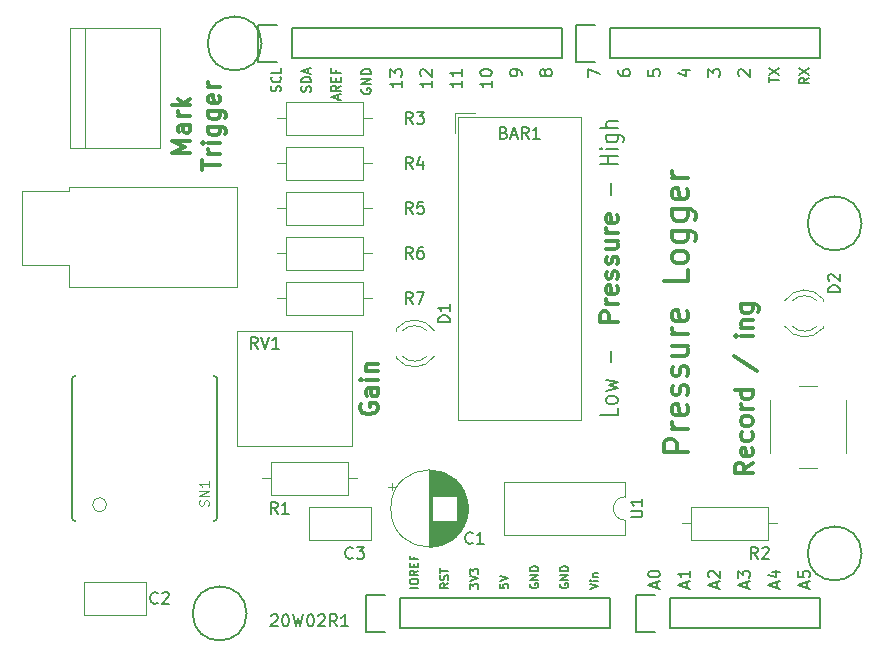
<source format=gbr>
G04 #@! TF.GenerationSoftware,KiCad,Pcbnew,(5.1.4)-1*
G04 #@! TF.CreationDate,2021-01-09T18:35:35-06:00*
G04 #@! TF.ProjectId,eom-uno-pressure-shield,656f6d2d-756e-46f2-9d70-726573737572,rev?*
G04 #@! TF.SameCoordinates,Original*
G04 #@! TF.FileFunction,Legend,Top*
G04 #@! TF.FilePolarity,Positive*
%FSLAX46Y46*%
G04 Gerber Fmt 4.6, Leading zero omitted, Abs format (unit mm)*
G04 Created by KiCad (PCBNEW (5.1.4)-1) date 2021-01-09 18:35:35*
%MOMM*%
%LPD*%
G04 APERTURE LIST*
%ADD10C,0.150000*%
%ADD11C,0.300000*%
%ADD12C,0.120000*%
%ADD13C,0.100000*%
%ADD14C,0.203200*%
%ADD15C,0.015000*%
G04 APERTURE END LIST*
D10*
X141794666Y-121655833D02*
X141094666Y-121655833D01*
X141094666Y-121189166D02*
X141094666Y-121055833D01*
X141128000Y-120989166D01*
X141194666Y-120922500D01*
X141328000Y-120889166D01*
X141561333Y-120889166D01*
X141694666Y-120922500D01*
X141761333Y-120989166D01*
X141794666Y-121055833D01*
X141794666Y-121189166D01*
X141761333Y-121255833D01*
X141694666Y-121322500D01*
X141561333Y-121355833D01*
X141328000Y-121355833D01*
X141194666Y-121322500D01*
X141128000Y-121255833D01*
X141094666Y-121189166D01*
X141794666Y-120189166D02*
X141461333Y-120422500D01*
X141794666Y-120589166D02*
X141094666Y-120589166D01*
X141094666Y-120322500D01*
X141128000Y-120255833D01*
X141161333Y-120222500D01*
X141228000Y-120189166D01*
X141328000Y-120189166D01*
X141394666Y-120222500D01*
X141428000Y-120255833D01*
X141461333Y-120322500D01*
X141461333Y-120589166D01*
X141428000Y-119889166D02*
X141428000Y-119655833D01*
X141794666Y-119555833D02*
X141794666Y-119889166D01*
X141094666Y-119889166D01*
X141094666Y-119555833D01*
X141428000Y-119022500D02*
X141428000Y-119255833D01*
X141794666Y-119255833D02*
X141094666Y-119255833D01*
X141094666Y-118922500D01*
X148714666Y-121322500D02*
X148714666Y-121655833D01*
X149048000Y-121689166D01*
X149014666Y-121655833D01*
X148981333Y-121589166D01*
X148981333Y-121422500D01*
X149014666Y-121355833D01*
X149048000Y-121322500D01*
X149114666Y-121289166D01*
X149281333Y-121289166D01*
X149348000Y-121322500D01*
X149381333Y-121355833D01*
X149414666Y-121422500D01*
X149414666Y-121589166D01*
X149381333Y-121655833D01*
X149348000Y-121689166D01*
X148714666Y-121089166D02*
X149414666Y-120855833D01*
X148714666Y-120622500D01*
X156334666Y-121755833D02*
X157034666Y-121522500D01*
X156334666Y-121289166D01*
X157034666Y-121055833D02*
X156568000Y-121055833D01*
X156334666Y-121055833D02*
X156368000Y-121089166D01*
X156401333Y-121055833D01*
X156368000Y-121022500D01*
X156334666Y-121055833D01*
X156401333Y-121055833D01*
X156568000Y-120722500D02*
X157034666Y-120722500D01*
X156634666Y-120722500D02*
X156601333Y-120689166D01*
X156568000Y-120622500D01*
X156568000Y-120522500D01*
X156601333Y-120455833D01*
X156668000Y-120422500D01*
X157034666Y-120422500D01*
X144334666Y-121255833D02*
X144001333Y-121489166D01*
X144334666Y-121655833D02*
X143634666Y-121655833D01*
X143634666Y-121389166D01*
X143668000Y-121322500D01*
X143701333Y-121289166D01*
X143768000Y-121255833D01*
X143868000Y-121255833D01*
X143934666Y-121289166D01*
X143968000Y-121322500D01*
X144001333Y-121389166D01*
X144001333Y-121655833D01*
X144301333Y-120989166D02*
X144334666Y-120889166D01*
X144334666Y-120722500D01*
X144301333Y-120655833D01*
X144268000Y-120622500D01*
X144201333Y-120589166D01*
X144134666Y-120589166D01*
X144068000Y-120622500D01*
X144034666Y-120655833D01*
X144001333Y-120722500D01*
X143968000Y-120855833D01*
X143934666Y-120922500D01*
X143901333Y-120955833D01*
X143834666Y-120989166D01*
X143768000Y-120989166D01*
X143701333Y-120955833D01*
X143668000Y-120922500D01*
X143634666Y-120855833D01*
X143634666Y-120689166D01*
X143668000Y-120589166D01*
X143634666Y-120389166D02*
X143634666Y-119989166D01*
X144334666Y-120189166D02*
X143634666Y-120189166D01*
X153828000Y-121289166D02*
X153794666Y-121355833D01*
X153794666Y-121455833D01*
X153828000Y-121555833D01*
X153894666Y-121622500D01*
X153961333Y-121655833D01*
X154094666Y-121689166D01*
X154194666Y-121689166D01*
X154328000Y-121655833D01*
X154394666Y-121622500D01*
X154461333Y-121555833D01*
X154494666Y-121455833D01*
X154494666Y-121389166D01*
X154461333Y-121289166D01*
X154428000Y-121255833D01*
X154194666Y-121255833D01*
X154194666Y-121389166D01*
X154494666Y-120955833D02*
X153794666Y-120955833D01*
X154494666Y-120555833D01*
X153794666Y-120555833D01*
X154494666Y-120222500D02*
X153794666Y-120222500D01*
X153794666Y-120055833D01*
X153828000Y-119955833D01*
X153894666Y-119889166D01*
X153961333Y-119855833D01*
X154094666Y-119822500D01*
X154194666Y-119822500D01*
X154328000Y-119855833D01*
X154394666Y-119889166D01*
X154461333Y-119955833D01*
X154494666Y-120055833D01*
X154494666Y-120222500D01*
X146174666Y-121722500D02*
X146174666Y-121289166D01*
X146441333Y-121522500D01*
X146441333Y-121422500D01*
X146474666Y-121355833D01*
X146508000Y-121322500D01*
X146574666Y-121289166D01*
X146741333Y-121289166D01*
X146808000Y-121322500D01*
X146841333Y-121355833D01*
X146874666Y-121422500D01*
X146874666Y-121622500D01*
X146841333Y-121689166D01*
X146808000Y-121722500D01*
X146174666Y-121089166D02*
X146874666Y-120855833D01*
X146174666Y-120622500D01*
X146174666Y-120455833D02*
X146174666Y-120022500D01*
X146441333Y-120255833D01*
X146441333Y-120155833D01*
X146474666Y-120089166D01*
X146508000Y-120055833D01*
X146574666Y-120022500D01*
X146741333Y-120022500D01*
X146808000Y-120055833D01*
X146841333Y-120089166D01*
X146874666Y-120155833D01*
X146874666Y-120355833D01*
X146841333Y-120422500D01*
X146808000Y-120455833D01*
X151288000Y-121289166D02*
X151254666Y-121355833D01*
X151254666Y-121455833D01*
X151288000Y-121555833D01*
X151354666Y-121622500D01*
X151421333Y-121655833D01*
X151554666Y-121689166D01*
X151654666Y-121689166D01*
X151788000Y-121655833D01*
X151854666Y-121622500D01*
X151921333Y-121555833D01*
X151954666Y-121455833D01*
X151954666Y-121389166D01*
X151921333Y-121289166D01*
X151888000Y-121255833D01*
X151654666Y-121255833D01*
X151654666Y-121389166D01*
X151954666Y-120955833D02*
X151254666Y-120955833D01*
X151954666Y-120555833D01*
X151254666Y-120555833D01*
X151954666Y-120222500D02*
X151254666Y-120222500D01*
X151254666Y-120055833D01*
X151288000Y-119955833D01*
X151354666Y-119889166D01*
X151421333Y-119855833D01*
X151554666Y-119822500D01*
X151654666Y-119822500D01*
X151788000Y-119855833D01*
X151854666Y-119889166D01*
X151921333Y-119955833D01*
X151954666Y-120055833D01*
X151954666Y-120222500D01*
X161964666Y-121632023D02*
X161964666Y-121155833D01*
X162250380Y-121727261D02*
X161250380Y-121393928D01*
X162250380Y-121060595D01*
X161250380Y-120536785D02*
X161250380Y-120441547D01*
X161298000Y-120346309D01*
X161345619Y-120298690D01*
X161440857Y-120251071D01*
X161631333Y-120203452D01*
X161869428Y-120203452D01*
X162059904Y-120251071D01*
X162155142Y-120298690D01*
X162202761Y-120346309D01*
X162250380Y-120441547D01*
X162250380Y-120536785D01*
X162202761Y-120632023D01*
X162155142Y-120679642D01*
X162059904Y-120727261D01*
X161869428Y-120774880D01*
X161631333Y-120774880D01*
X161440857Y-120727261D01*
X161345619Y-120679642D01*
X161298000Y-120632023D01*
X161250380Y-120536785D01*
X164504666Y-121632023D02*
X164504666Y-121155833D01*
X164790380Y-121727261D02*
X163790380Y-121393928D01*
X164790380Y-121060595D01*
X164790380Y-120203452D02*
X164790380Y-120774880D01*
X164790380Y-120489166D02*
X163790380Y-120489166D01*
X163933238Y-120584404D01*
X164028476Y-120679642D01*
X164076095Y-120774880D01*
X167044666Y-121632023D02*
X167044666Y-121155833D01*
X167330380Y-121727261D02*
X166330380Y-121393928D01*
X167330380Y-121060595D01*
X166425619Y-120774880D02*
X166378000Y-120727261D01*
X166330380Y-120632023D01*
X166330380Y-120393928D01*
X166378000Y-120298690D01*
X166425619Y-120251071D01*
X166520857Y-120203452D01*
X166616095Y-120203452D01*
X166758952Y-120251071D01*
X167330380Y-120822500D01*
X167330380Y-120203452D01*
X169584666Y-121632023D02*
X169584666Y-121155833D01*
X169870380Y-121727261D02*
X168870380Y-121393928D01*
X169870380Y-121060595D01*
X168870380Y-120822500D02*
X168870380Y-120203452D01*
X169251333Y-120536785D01*
X169251333Y-120393928D01*
X169298952Y-120298690D01*
X169346571Y-120251071D01*
X169441809Y-120203452D01*
X169679904Y-120203452D01*
X169775142Y-120251071D01*
X169822761Y-120298690D01*
X169870380Y-120393928D01*
X169870380Y-120679642D01*
X169822761Y-120774880D01*
X169775142Y-120822500D01*
X172124666Y-121632023D02*
X172124666Y-121155833D01*
X172410380Y-121727261D02*
X171410380Y-121393928D01*
X172410380Y-121060595D01*
X171743714Y-120298690D02*
X172410380Y-120298690D01*
X171362761Y-120536785D02*
X172077047Y-120774880D01*
X172077047Y-120155833D01*
X174664666Y-121632023D02*
X174664666Y-121155833D01*
X174950380Y-121727261D02*
X173950380Y-121393928D01*
X174950380Y-121060595D01*
X173950380Y-120251071D02*
X173950380Y-120727261D01*
X174426571Y-120774880D01*
X174378952Y-120727261D01*
X174331333Y-120632023D01*
X174331333Y-120393928D01*
X174378952Y-120298690D01*
X174426571Y-120251071D01*
X174521809Y-120203452D01*
X174759904Y-120203452D01*
X174855142Y-120251071D01*
X174902761Y-120298690D01*
X174950380Y-120393928D01*
X174950380Y-120632023D01*
X174902761Y-120727261D01*
X174855142Y-120774880D01*
X130117809Y-79624642D02*
X130155904Y-79510357D01*
X130155904Y-79319880D01*
X130117809Y-79243690D01*
X130079714Y-79205595D01*
X130003523Y-79167500D01*
X129927333Y-79167500D01*
X129851142Y-79205595D01*
X129813047Y-79243690D01*
X129774952Y-79319880D01*
X129736857Y-79472261D01*
X129698761Y-79548452D01*
X129660666Y-79586547D01*
X129584476Y-79624642D01*
X129508285Y-79624642D01*
X129432095Y-79586547D01*
X129394000Y-79548452D01*
X129355904Y-79472261D01*
X129355904Y-79281785D01*
X129394000Y-79167500D01*
X130079714Y-78367500D02*
X130117809Y-78405595D01*
X130155904Y-78519880D01*
X130155904Y-78596071D01*
X130117809Y-78710357D01*
X130041619Y-78786547D01*
X129965428Y-78824642D01*
X129813047Y-78862738D01*
X129698761Y-78862738D01*
X129546380Y-78824642D01*
X129470190Y-78786547D01*
X129394000Y-78710357D01*
X129355904Y-78596071D01*
X129355904Y-78519880D01*
X129394000Y-78405595D01*
X129432095Y-78367500D01*
X130155904Y-77643690D02*
X130155904Y-78024642D01*
X129355904Y-78024642D01*
X132657809Y-79662738D02*
X132695904Y-79548452D01*
X132695904Y-79357976D01*
X132657809Y-79281785D01*
X132619714Y-79243690D01*
X132543523Y-79205595D01*
X132467333Y-79205595D01*
X132391142Y-79243690D01*
X132353047Y-79281785D01*
X132314952Y-79357976D01*
X132276857Y-79510357D01*
X132238761Y-79586547D01*
X132200666Y-79624642D01*
X132124476Y-79662738D01*
X132048285Y-79662738D01*
X131972095Y-79624642D01*
X131934000Y-79586547D01*
X131895904Y-79510357D01*
X131895904Y-79319880D01*
X131934000Y-79205595D01*
X132695904Y-78862738D02*
X131895904Y-78862738D01*
X131895904Y-78672261D01*
X131934000Y-78557976D01*
X132010190Y-78481785D01*
X132086380Y-78443690D01*
X132238761Y-78405595D01*
X132353047Y-78405595D01*
X132505428Y-78443690D01*
X132581619Y-78481785D01*
X132657809Y-78557976D01*
X132695904Y-78672261D01*
X132695904Y-78862738D01*
X132467333Y-78100833D02*
X132467333Y-77719880D01*
X132695904Y-78177023D02*
X131895904Y-77910357D01*
X132695904Y-77643690D01*
X135007333Y-80310357D02*
X135007333Y-79929404D01*
X135235904Y-80386547D02*
X134435904Y-80119880D01*
X135235904Y-79853214D01*
X135235904Y-79129404D02*
X134854952Y-79396071D01*
X135235904Y-79586547D02*
X134435904Y-79586547D01*
X134435904Y-79281785D01*
X134474000Y-79205595D01*
X134512095Y-79167500D01*
X134588285Y-79129404D01*
X134702571Y-79129404D01*
X134778761Y-79167500D01*
X134816857Y-79205595D01*
X134854952Y-79281785D01*
X134854952Y-79586547D01*
X134816857Y-78786547D02*
X134816857Y-78519880D01*
X135235904Y-78405595D02*
X135235904Y-78786547D01*
X134435904Y-78786547D01*
X134435904Y-78405595D01*
X134816857Y-77796071D02*
X134816857Y-78062738D01*
X135235904Y-78062738D02*
X134435904Y-78062738D01*
X134435904Y-77681785D01*
X137014000Y-79396071D02*
X136975904Y-79472261D01*
X136975904Y-79586547D01*
X137014000Y-79700833D01*
X137090190Y-79777023D01*
X137166380Y-79815119D01*
X137318761Y-79853214D01*
X137433047Y-79853214D01*
X137585428Y-79815119D01*
X137661619Y-79777023D01*
X137737809Y-79700833D01*
X137775904Y-79586547D01*
X137775904Y-79510357D01*
X137737809Y-79396071D01*
X137699714Y-79357976D01*
X137433047Y-79357976D01*
X137433047Y-79510357D01*
X137775904Y-79015119D02*
X136975904Y-79015119D01*
X137775904Y-78557976D01*
X136975904Y-78557976D01*
X137775904Y-78177023D02*
X136975904Y-78177023D01*
X136975904Y-77986547D01*
X137014000Y-77872261D01*
X137090190Y-77796071D01*
X137166380Y-77757976D01*
X137318761Y-77719880D01*
X137433047Y-77719880D01*
X137585428Y-77757976D01*
X137661619Y-77796071D01*
X137737809Y-77872261D01*
X137775904Y-77986547D01*
X137775904Y-78177023D01*
X140406380Y-78710357D02*
X140406380Y-79281785D01*
X140406380Y-78996071D02*
X139406380Y-78996071D01*
X139549238Y-79091309D01*
X139644476Y-79186547D01*
X139692095Y-79281785D01*
X139406380Y-78377023D02*
X139406380Y-77757976D01*
X139787333Y-78091309D01*
X139787333Y-77948452D01*
X139834952Y-77853214D01*
X139882571Y-77805595D01*
X139977809Y-77757976D01*
X140215904Y-77757976D01*
X140311142Y-77805595D01*
X140358761Y-77853214D01*
X140406380Y-77948452D01*
X140406380Y-78234166D01*
X140358761Y-78329404D01*
X140311142Y-78377023D01*
X142946380Y-78710357D02*
X142946380Y-79281785D01*
X142946380Y-78996071D02*
X141946380Y-78996071D01*
X142089238Y-79091309D01*
X142184476Y-79186547D01*
X142232095Y-79281785D01*
X142041619Y-78329404D02*
X141994000Y-78281785D01*
X141946380Y-78186547D01*
X141946380Y-77948452D01*
X141994000Y-77853214D01*
X142041619Y-77805595D01*
X142136857Y-77757976D01*
X142232095Y-77757976D01*
X142374952Y-77805595D01*
X142946380Y-78377023D01*
X142946380Y-77757976D01*
X145486380Y-78710357D02*
X145486380Y-79281785D01*
X145486380Y-78996071D02*
X144486380Y-78996071D01*
X144629238Y-79091309D01*
X144724476Y-79186547D01*
X144772095Y-79281785D01*
X145486380Y-77757976D02*
X145486380Y-78329404D01*
X145486380Y-78043690D02*
X144486380Y-78043690D01*
X144629238Y-78138928D01*
X144724476Y-78234166D01*
X144772095Y-78329404D01*
X148026380Y-78710357D02*
X148026380Y-79281785D01*
X148026380Y-78996071D02*
X147026380Y-78996071D01*
X147169238Y-79091309D01*
X147264476Y-79186547D01*
X147312095Y-79281785D01*
X147026380Y-78091309D02*
X147026380Y-77996071D01*
X147074000Y-77900833D01*
X147121619Y-77853214D01*
X147216857Y-77805595D01*
X147407333Y-77757976D01*
X147645428Y-77757976D01*
X147835904Y-77805595D01*
X147931142Y-77853214D01*
X147978761Y-77900833D01*
X148026380Y-77996071D01*
X148026380Y-78091309D01*
X147978761Y-78186547D01*
X147931142Y-78234166D01*
X147835904Y-78281785D01*
X147645428Y-78329404D01*
X147407333Y-78329404D01*
X147216857Y-78281785D01*
X147121619Y-78234166D01*
X147074000Y-78186547D01*
X147026380Y-78091309D01*
X150566380Y-78234166D02*
X150566380Y-78043690D01*
X150518761Y-77948452D01*
X150471142Y-77900833D01*
X150328285Y-77805595D01*
X150137809Y-77757976D01*
X149756857Y-77757976D01*
X149661619Y-77805595D01*
X149614000Y-77853214D01*
X149566380Y-77948452D01*
X149566380Y-78138928D01*
X149614000Y-78234166D01*
X149661619Y-78281785D01*
X149756857Y-78329404D01*
X149994952Y-78329404D01*
X150090190Y-78281785D01*
X150137809Y-78234166D01*
X150185428Y-78138928D01*
X150185428Y-77948452D01*
X150137809Y-77853214D01*
X150090190Y-77805595D01*
X149994952Y-77757976D01*
X152534952Y-78138928D02*
X152487333Y-78234166D01*
X152439714Y-78281785D01*
X152344476Y-78329404D01*
X152296857Y-78329404D01*
X152201619Y-78281785D01*
X152154000Y-78234166D01*
X152106380Y-78138928D01*
X152106380Y-77948452D01*
X152154000Y-77853214D01*
X152201619Y-77805595D01*
X152296857Y-77757976D01*
X152344476Y-77757976D01*
X152439714Y-77805595D01*
X152487333Y-77853214D01*
X152534952Y-77948452D01*
X152534952Y-78138928D01*
X152582571Y-78234166D01*
X152630190Y-78281785D01*
X152725428Y-78329404D01*
X152915904Y-78329404D01*
X153011142Y-78281785D01*
X153058761Y-78234166D01*
X153106380Y-78138928D01*
X153106380Y-77948452D01*
X153058761Y-77853214D01*
X153011142Y-77805595D01*
X152915904Y-77757976D01*
X152725428Y-77757976D01*
X152630190Y-77805595D01*
X152582571Y-77853214D01*
X152534952Y-77948452D01*
X174859904Y-78481785D02*
X174478952Y-78748452D01*
X174859904Y-78938928D02*
X174059904Y-78938928D01*
X174059904Y-78634166D01*
X174098000Y-78557976D01*
X174136095Y-78519880D01*
X174212285Y-78481785D01*
X174326571Y-78481785D01*
X174402761Y-78519880D01*
X174440857Y-78557976D01*
X174478952Y-78634166D01*
X174478952Y-78938928D01*
X174059904Y-78215119D02*
X174859904Y-77681785D01*
X174059904Y-77681785D02*
X174859904Y-78215119D01*
X171519904Y-78862738D02*
X171519904Y-78405595D01*
X172319904Y-78634166D02*
X171519904Y-78634166D01*
X171519904Y-78215119D02*
X172319904Y-77681785D01*
X171519904Y-77681785D02*
X172319904Y-78215119D01*
X168965619Y-78329404D02*
X168918000Y-78281785D01*
X168870380Y-78186547D01*
X168870380Y-77948452D01*
X168918000Y-77853214D01*
X168965619Y-77805595D01*
X169060857Y-77757976D01*
X169156095Y-77757976D01*
X169298952Y-77805595D01*
X169870380Y-78377023D01*
X169870380Y-77757976D01*
X166330380Y-78377023D02*
X166330380Y-77757976D01*
X166711333Y-78091309D01*
X166711333Y-77948452D01*
X166758952Y-77853214D01*
X166806571Y-77805595D01*
X166901809Y-77757976D01*
X167139904Y-77757976D01*
X167235142Y-77805595D01*
X167282761Y-77853214D01*
X167330380Y-77948452D01*
X167330380Y-78234166D01*
X167282761Y-78329404D01*
X167235142Y-78377023D01*
X164123714Y-77853214D02*
X164790380Y-77853214D01*
X163742761Y-78091309D02*
X164457047Y-78329404D01*
X164457047Y-77710357D01*
X161250380Y-77805595D02*
X161250380Y-78281785D01*
X161726571Y-78329404D01*
X161678952Y-78281785D01*
X161631333Y-78186547D01*
X161631333Y-77948452D01*
X161678952Y-77853214D01*
X161726571Y-77805595D01*
X161821809Y-77757976D01*
X162059904Y-77757976D01*
X162155142Y-77805595D01*
X162202761Y-77853214D01*
X162250380Y-77948452D01*
X162250380Y-78186547D01*
X162202761Y-78281785D01*
X162155142Y-78329404D01*
X158710380Y-77853214D02*
X158710380Y-78043690D01*
X158758000Y-78138928D01*
X158805619Y-78186547D01*
X158948476Y-78281785D01*
X159138952Y-78329404D01*
X159519904Y-78329404D01*
X159615142Y-78281785D01*
X159662761Y-78234166D01*
X159710380Y-78138928D01*
X159710380Y-77948452D01*
X159662761Y-77853214D01*
X159615142Y-77805595D01*
X159519904Y-77757976D01*
X159281809Y-77757976D01*
X159186571Y-77805595D01*
X159138952Y-77853214D01*
X159091333Y-77948452D01*
X159091333Y-78138928D01*
X159138952Y-78234166D01*
X159186571Y-78281785D01*
X159281809Y-78329404D01*
X156170380Y-78377023D02*
X156170380Y-77710357D01*
X157170380Y-78138928D01*
X129326095Y-124007619D02*
X129373714Y-123960000D01*
X129468952Y-123912380D01*
X129707047Y-123912380D01*
X129802285Y-123960000D01*
X129849904Y-124007619D01*
X129897523Y-124102857D01*
X129897523Y-124198095D01*
X129849904Y-124340952D01*
X129278476Y-124912380D01*
X129897523Y-124912380D01*
X130516571Y-123912380D02*
X130611809Y-123912380D01*
X130707047Y-123960000D01*
X130754666Y-124007619D01*
X130802285Y-124102857D01*
X130849904Y-124293333D01*
X130849904Y-124531428D01*
X130802285Y-124721904D01*
X130754666Y-124817142D01*
X130707047Y-124864761D01*
X130611809Y-124912380D01*
X130516571Y-124912380D01*
X130421333Y-124864761D01*
X130373714Y-124817142D01*
X130326095Y-124721904D01*
X130278476Y-124531428D01*
X130278476Y-124293333D01*
X130326095Y-124102857D01*
X130373714Y-124007619D01*
X130421333Y-123960000D01*
X130516571Y-123912380D01*
X131183238Y-123912380D02*
X131421333Y-124912380D01*
X131611809Y-124198095D01*
X131802285Y-124912380D01*
X132040380Y-123912380D01*
X132611809Y-123912380D02*
X132707047Y-123912380D01*
X132802285Y-123960000D01*
X132849904Y-124007619D01*
X132897523Y-124102857D01*
X132945142Y-124293333D01*
X132945142Y-124531428D01*
X132897523Y-124721904D01*
X132849904Y-124817142D01*
X132802285Y-124864761D01*
X132707047Y-124912380D01*
X132611809Y-124912380D01*
X132516571Y-124864761D01*
X132468952Y-124817142D01*
X132421333Y-124721904D01*
X132373714Y-124531428D01*
X132373714Y-124293333D01*
X132421333Y-124102857D01*
X132468952Y-124007619D01*
X132516571Y-123960000D01*
X132611809Y-123912380D01*
X133326095Y-124007619D02*
X133373714Y-123960000D01*
X133468952Y-123912380D01*
X133707047Y-123912380D01*
X133802285Y-123960000D01*
X133849904Y-124007619D01*
X133897523Y-124102857D01*
X133897523Y-124198095D01*
X133849904Y-124340952D01*
X133278476Y-124912380D01*
X133897523Y-124912380D01*
X134897523Y-124912380D02*
X134564190Y-124436190D01*
X134326095Y-124912380D02*
X134326095Y-123912380D01*
X134707047Y-123912380D01*
X134802285Y-123960000D01*
X134849904Y-124007619D01*
X134897523Y-124102857D01*
X134897523Y-124245714D01*
X134849904Y-124340952D01*
X134802285Y-124388571D01*
X134707047Y-124436190D01*
X134326095Y-124436190D01*
X135849904Y-124912380D02*
X135278476Y-124912380D01*
X135564190Y-124912380D02*
X135564190Y-123912380D01*
X135468952Y-124055238D01*
X135373714Y-124150476D01*
X135278476Y-124198095D01*
D11*
X164607761Y-110186904D02*
X162607761Y-110186904D01*
X162607761Y-109425000D01*
X162703000Y-109234523D01*
X162798238Y-109139285D01*
X162988714Y-109044047D01*
X163274428Y-109044047D01*
X163464904Y-109139285D01*
X163560142Y-109234523D01*
X163655380Y-109425000D01*
X163655380Y-110186904D01*
X164607761Y-108186904D02*
X163274428Y-108186904D01*
X163655380Y-108186904D02*
X163464904Y-108091666D01*
X163369666Y-107996428D01*
X163274428Y-107805952D01*
X163274428Y-107615476D01*
X164512523Y-106186904D02*
X164607761Y-106377380D01*
X164607761Y-106758333D01*
X164512523Y-106948809D01*
X164322047Y-107044047D01*
X163560142Y-107044047D01*
X163369666Y-106948809D01*
X163274428Y-106758333D01*
X163274428Y-106377380D01*
X163369666Y-106186904D01*
X163560142Y-106091666D01*
X163750619Y-106091666D01*
X163941095Y-107044047D01*
X164512523Y-105329761D02*
X164607761Y-105139285D01*
X164607761Y-104758333D01*
X164512523Y-104567857D01*
X164322047Y-104472619D01*
X164226809Y-104472619D01*
X164036333Y-104567857D01*
X163941095Y-104758333D01*
X163941095Y-105044047D01*
X163845857Y-105234523D01*
X163655380Y-105329761D01*
X163560142Y-105329761D01*
X163369666Y-105234523D01*
X163274428Y-105044047D01*
X163274428Y-104758333D01*
X163369666Y-104567857D01*
X164512523Y-103710714D02*
X164607761Y-103520238D01*
X164607761Y-103139285D01*
X164512523Y-102948809D01*
X164322047Y-102853571D01*
X164226809Y-102853571D01*
X164036333Y-102948809D01*
X163941095Y-103139285D01*
X163941095Y-103425000D01*
X163845857Y-103615476D01*
X163655380Y-103710714D01*
X163560142Y-103710714D01*
X163369666Y-103615476D01*
X163274428Y-103425000D01*
X163274428Y-103139285D01*
X163369666Y-102948809D01*
X163274428Y-101139285D02*
X164607761Y-101139285D01*
X163274428Y-101996428D02*
X164322047Y-101996428D01*
X164512523Y-101901190D01*
X164607761Y-101710714D01*
X164607761Y-101425000D01*
X164512523Y-101234523D01*
X164417285Y-101139285D01*
X164607761Y-100186904D02*
X163274428Y-100186904D01*
X163655380Y-100186904D02*
X163464904Y-100091666D01*
X163369666Y-99996428D01*
X163274428Y-99805952D01*
X163274428Y-99615476D01*
X164512523Y-98186904D02*
X164607761Y-98377380D01*
X164607761Y-98758333D01*
X164512523Y-98948809D01*
X164322047Y-99044047D01*
X163560142Y-99044047D01*
X163369666Y-98948809D01*
X163274428Y-98758333D01*
X163274428Y-98377380D01*
X163369666Y-98186904D01*
X163560142Y-98091666D01*
X163750619Y-98091666D01*
X163941095Y-99044047D01*
X164607761Y-94758333D02*
X164607761Y-95710714D01*
X162607761Y-95710714D01*
X164607761Y-93805952D02*
X164512523Y-93996428D01*
X164417285Y-94091666D01*
X164226809Y-94186904D01*
X163655380Y-94186904D01*
X163464904Y-94091666D01*
X163369666Y-93996428D01*
X163274428Y-93805952D01*
X163274428Y-93520238D01*
X163369666Y-93329761D01*
X163464904Y-93234523D01*
X163655380Y-93139285D01*
X164226809Y-93139285D01*
X164417285Y-93234523D01*
X164512523Y-93329761D01*
X164607761Y-93520238D01*
X164607761Y-93805952D01*
X163274428Y-91425000D02*
X164893476Y-91425000D01*
X165083952Y-91520238D01*
X165179190Y-91615476D01*
X165274428Y-91805952D01*
X165274428Y-92091666D01*
X165179190Y-92282142D01*
X164512523Y-91425000D02*
X164607761Y-91615476D01*
X164607761Y-91996428D01*
X164512523Y-92186904D01*
X164417285Y-92282142D01*
X164226809Y-92377380D01*
X163655380Y-92377380D01*
X163464904Y-92282142D01*
X163369666Y-92186904D01*
X163274428Y-91996428D01*
X163274428Y-91615476D01*
X163369666Y-91425000D01*
X163274428Y-89615476D02*
X164893476Y-89615476D01*
X165083952Y-89710714D01*
X165179190Y-89805952D01*
X165274428Y-89996428D01*
X165274428Y-90282142D01*
X165179190Y-90472619D01*
X164512523Y-89615476D02*
X164607761Y-89805952D01*
X164607761Y-90186904D01*
X164512523Y-90377380D01*
X164417285Y-90472619D01*
X164226809Y-90567857D01*
X163655380Y-90567857D01*
X163464904Y-90472619D01*
X163369666Y-90377380D01*
X163274428Y-90186904D01*
X163274428Y-89805952D01*
X163369666Y-89615476D01*
X164512523Y-87901190D02*
X164607761Y-88091666D01*
X164607761Y-88472619D01*
X164512523Y-88663095D01*
X164322047Y-88758333D01*
X163560142Y-88758333D01*
X163369666Y-88663095D01*
X163274428Y-88472619D01*
X163274428Y-88091666D01*
X163369666Y-87901190D01*
X163560142Y-87805952D01*
X163750619Y-87805952D01*
X163941095Y-88758333D01*
X164607761Y-86948809D02*
X163274428Y-86948809D01*
X163655380Y-86948809D02*
X163464904Y-86853571D01*
X163369666Y-86758333D01*
X163274428Y-86567857D01*
X163274428Y-86377380D01*
X158666571Y-99115000D02*
X157166571Y-99115000D01*
X157166571Y-98543571D01*
X157238000Y-98400714D01*
X157309428Y-98329285D01*
X157452285Y-98257857D01*
X157666571Y-98257857D01*
X157809428Y-98329285D01*
X157880857Y-98400714D01*
X157952285Y-98543571D01*
X157952285Y-99115000D01*
X158666571Y-97615000D02*
X157666571Y-97615000D01*
X157952285Y-97615000D02*
X157809428Y-97543571D01*
X157738000Y-97472142D01*
X157666571Y-97329285D01*
X157666571Y-97186428D01*
X158595142Y-96115000D02*
X158666571Y-96257857D01*
X158666571Y-96543571D01*
X158595142Y-96686428D01*
X158452285Y-96757857D01*
X157880857Y-96757857D01*
X157738000Y-96686428D01*
X157666571Y-96543571D01*
X157666571Y-96257857D01*
X157738000Y-96115000D01*
X157880857Y-96043571D01*
X158023714Y-96043571D01*
X158166571Y-96757857D01*
X158595142Y-95472142D02*
X158666571Y-95329285D01*
X158666571Y-95043571D01*
X158595142Y-94900714D01*
X158452285Y-94829285D01*
X158380857Y-94829285D01*
X158238000Y-94900714D01*
X158166571Y-95043571D01*
X158166571Y-95257857D01*
X158095142Y-95400714D01*
X157952285Y-95472142D01*
X157880857Y-95472142D01*
X157738000Y-95400714D01*
X157666571Y-95257857D01*
X157666571Y-95043571D01*
X157738000Y-94900714D01*
X158595142Y-94257857D02*
X158666571Y-94115000D01*
X158666571Y-93829285D01*
X158595142Y-93686428D01*
X158452285Y-93615000D01*
X158380857Y-93615000D01*
X158238000Y-93686428D01*
X158166571Y-93829285D01*
X158166571Y-94043571D01*
X158095142Y-94186428D01*
X157952285Y-94257857D01*
X157880857Y-94257857D01*
X157738000Y-94186428D01*
X157666571Y-94043571D01*
X157666571Y-93829285D01*
X157738000Y-93686428D01*
X157666571Y-92329285D02*
X158666571Y-92329285D01*
X157666571Y-92972142D02*
X158452285Y-92972142D01*
X158595142Y-92900714D01*
X158666571Y-92757857D01*
X158666571Y-92543571D01*
X158595142Y-92400714D01*
X158523714Y-92329285D01*
X158666571Y-91615000D02*
X157666571Y-91615000D01*
X157952285Y-91615000D02*
X157809428Y-91543571D01*
X157738000Y-91472142D01*
X157666571Y-91329285D01*
X157666571Y-91186428D01*
X158595142Y-90115000D02*
X158666571Y-90257857D01*
X158666571Y-90543571D01*
X158595142Y-90686428D01*
X158452285Y-90757857D01*
X157880857Y-90757857D01*
X157738000Y-90686428D01*
X157666571Y-90543571D01*
X157666571Y-90257857D01*
X157738000Y-90115000D01*
X157880857Y-90043571D01*
X158023714Y-90043571D01*
X158166571Y-90757857D01*
D10*
X158666571Y-106454285D02*
X158666571Y-107061428D01*
X157166571Y-107061428D01*
X158666571Y-105847142D02*
X158595142Y-105968571D01*
X158523714Y-106029285D01*
X158380857Y-106090000D01*
X157952285Y-106090000D01*
X157809428Y-106029285D01*
X157738000Y-105968571D01*
X157666571Y-105847142D01*
X157666571Y-105665000D01*
X157738000Y-105543571D01*
X157809428Y-105482857D01*
X157952285Y-105422142D01*
X158380857Y-105422142D01*
X158523714Y-105482857D01*
X158595142Y-105543571D01*
X158666571Y-105665000D01*
X158666571Y-105847142D01*
X157666571Y-104997142D02*
X158666571Y-104754285D01*
X157952285Y-104511428D01*
X158666571Y-104268571D01*
X157666571Y-104025714D01*
X158095142Y-102568571D02*
X158095142Y-101597142D01*
X158095142Y-88361428D02*
X158095142Y-87390000D01*
X158666571Y-85811428D02*
X157166571Y-85811428D01*
X157880857Y-85811428D02*
X157880857Y-85082857D01*
X158666571Y-85082857D02*
X157166571Y-85082857D01*
X158666571Y-84475714D02*
X157666571Y-84475714D01*
X157166571Y-84475714D02*
X157238000Y-84536428D01*
X157309428Y-84475714D01*
X157238000Y-84415000D01*
X157166571Y-84475714D01*
X157309428Y-84475714D01*
X157666571Y-83322142D02*
X158880857Y-83322142D01*
X159023714Y-83382857D01*
X159095142Y-83443571D01*
X159166571Y-83565000D01*
X159166571Y-83747142D01*
X159095142Y-83868571D01*
X158595142Y-83322142D02*
X158666571Y-83443571D01*
X158666571Y-83686428D01*
X158595142Y-83807857D01*
X158523714Y-83868571D01*
X158380857Y-83929285D01*
X157952285Y-83929285D01*
X157809428Y-83868571D01*
X157738000Y-83807857D01*
X157666571Y-83686428D01*
X157666571Y-83443571D01*
X157738000Y-83322142D01*
X158666571Y-82715000D02*
X157166571Y-82715000D01*
X158666571Y-82168571D02*
X157880857Y-82168571D01*
X157738000Y-82229285D01*
X157666571Y-82350714D01*
X157666571Y-82532857D01*
X157738000Y-82654285D01*
X157809428Y-82715000D01*
D11*
X170096571Y-111060714D02*
X169382285Y-111560714D01*
X170096571Y-111917857D02*
X168596571Y-111917857D01*
X168596571Y-111346428D01*
X168668000Y-111203571D01*
X168739428Y-111132142D01*
X168882285Y-111060714D01*
X169096571Y-111060714D01*
X169239428Y-111132142D01*
X169310857Y-111203571D01*
X169382285Y-111346428D01*
X169382285Y-111917857D01*
X170025142Y-109846428D02*
X170096571Y-109989285D01*
X170096571Y-110275000D01*
X170025142Y-110417857D01*
X169882285Y-110489285D01*
X169310857Y-110489285D01*
X169168000Y-110417857D01*
X169096571Y-110275000D01*
X169096571Y-109989285D01*
X169168000Y-109846428D01*
X169310857Y-109775000D01*
X169453714Y-109775000D01*
X169596571Y-110489285D01*
X170025142Y-108489285D02*
X170096571Y-108632142D01*
X170096571Y-108917857D01*
X170025142Y-109060714D01*
X169953714Y-109132142D01*
X169810857Y-109203571D01*
X169382285Y-109203571D01*
X169239428Y-109132142D01*
X169168000Y-109060714D01*
X169096571Y-108917857D01*
X169096571Y-108632142D01*
X169168000Y-108489285D01*
X170096571Y-107632142D02*
X170025142Y-107775000D01*
X169953714Y-107846428D01*
X169810857Y-107917857D01*
X169382285Y-107917857D01*
X169239428Y-107846428D01*
X169168000Y-107775000D01*
X169096571Y-107632142D01*
X169096571Y-107417857D01*
X169168000Y-107275000D01*
X169239428Y-107203571D01*
X169382285Y-107132142D01*
X169810857Y-107132142D01*
X169953714Y-107203571D01*
X170025142Y-107275000D01*
X170096571Y-107417857D01*
X170096571Y-107632142D01*
X170096571Y-106489285D02*
X169096571Y-106489285D01*
X169382285Y-106489285D02*
X169239428Y-106417857D01*
X169168000Y-106346428D01*
X169096571Y-106203571D01*
X169096571Y-106060714D01*
X170096571Y-104917857D02*
X168596571Y-104917857D01*
X170025142Y-104917857D02*
X170096571Y-105060714D01*
X170096571Y-105346428D01*
X170025142Y-105489285D01*
X169953714Y-105560714D01*
X169810857Y-105632142D01*
X169382285Y-105632142D01*
X169239428Y-105560714D01*
X169168000Y-105489285D01*
X169096571Y-105346428D01*
X169096571Y-105060714D01*
X169168000Y-104917857D01*
X168525142Y-101989285D02*
X170453714Y-103275000D01*
X170096571Y-100346428D02*
X169096571Y-100346428D01*
X168596571Y-100346428D02*
X168668000Y-100417857D01*
X168739428Y-100346428D01*
X168668000Y-100275000D01*
X168596571Y-100346428D01*
X168739428Y-100346428D01*
X169096571Y-99632142D02*
X170096571Y-99632142D01*
X169239428Y-99632142D02*
X169168000Y-99560714D01*
X169096571Y-99417857D01*
X169096571Y-99203571D01*
X169168000Y-99060714D01*
X169310857Y-98989285D01*
X170096571Y-98989285D01*
X169096571Y-97632142D02*
X170310857Y-97632142D01*
X170453714Y-97703571D01*
X170525142Y-97775000D01*
X170596571Y-97917857D01*
X170596571Y-98132142D01*
X170525142Y-98275000D01*
X170025142Y-97632142D02*
X170096571Y-97775000D01*
X170096571Y-98060714D01*
X170025142Y-98203571D01*
X169953714Y-98275000D01*
X169810857Y-98346428D01*
X169382285Y-98346428D01*
X169239428Y-98275000D01*
X169168000Y-98203571D01*
X169096571Y-98060714D01*
X169096571Y-97775000D01*
X169168000Y-97632142D01*
X136918000Y-106096428D02*
X136846571Y-106239285D01*
X136846571Y-106453571D01*
X136918000Y-106667857D01*
X137060857Y-106810714D01*
X137203714Y-106882142D01*
X137489428Y-106953571D01*
X137703714Y-106953571D01*
X137989428Y-106882142D01*
X138132285Y-106810714D01*
X138275142Y-106667857D01*
X138346571Y-106453571D01*
X138346571Y-106310714D01*
X138275142Y-106096428D01*
X138203714Y-106025000D01*
X137703714Y-106025000D01*
X137703714Y-106310714D01*
X138346571Y-104739285D02*
X137560857Y-104739285D01*
X137418000Y-104810714D01*
X137346571Y-104953571D01*
X137346571Y-105239285D01*
X137418000Y-105382142D01*
X138275142Y-104739285D02*
X138346571Y-104882142D01*
X138346571Y-105239285D01*
X138275142Y-105382142D01*
X138132285Y-105453571D01*
X137989428Y-105453571D01*
X137846571Y-105382142D01*
X137775142Y-105239285D01*
X137775142Y-104882142D01*
X137703714Y-104739285D01*
X138346571Y-104025000D02*
X137346571Y-104025000D01*
X136846571Y-104025000D02*
X136918000Y-104096428D01*
X136989428Y-104025000D01*
X136918000Y-103953571D01*
X136846571Y-104025000D01*
X136989428Y-104025000D01*
X137346571Y-103310714D02*
X138346571Y-103310714D01*
X137489428Y-103310714D02*
X137418000Y-103239285D01*
X137346571Y-103096428D01*
X137346571Y-102882142D01*
X137418000Y-102739285D01*
X137560857Y-102667857D01*
X138346571Y-102667857D01*
X122466571Y-84800000D02*
X120966571Y-84800000D01*
X122038000Y-84300000D01*
X120966571Y-83800000D01*
X122466571Y-83800000D01*
X122466571Y-82442857D02*
X121680857Y-82442857D01*
X121538000Y-82514285D01*
X121466571Y-82657142D01*
X121466571Y-82942857D01*
X121538000Y-83085714D01*
X122395142Y-82442857D02*
X122466571Y-82585714D01*
X122466571Y-82942857D01*
X122395142Y-83085714D01*
X122252285Y-83157142D01*
X122109428Y-83157142D01*
X121966571Y-83085714D01*
X121895142Y-82942857D01*
X121895142Y-82585714D01*
X121823714Y-82442857D01*
X122466571Y-81728571D02*
X121466571Y-81728571D01*
X121752285Y-81728571D02*
X121609428Y-81657142D01*
X121538000Y-81585714D01*
X121466571Y-81442857D01*
X121466571Y-81300000D01*
X122466571Y-80800000D02*
X120966571Y-80800000D01*
X121895142Y-80657142D02*
X122466571Y-80228571D01*
X121466571Y-80228571D02*
X122038000Y-80800000D01*
X123516571Y-86264285D02*
X123516571Y-85407142D01*
X125016571Y-85835714D02*
X123516571Y-85835714D01*
X125016571Y-84907142D02*
X124016571Y-84907142D01*
X124302285Y-84907142D02*
X124159428Y-84835714D01*
X124088000Y-84764285D01*
X124016571Y-84621428D01*
X124016571Y-84478571D01*
X125016571Y-83978571D02*
X124016571Y-83978571D01*
X123516571Y-83978571D02*
X123588000Y-84050000D01*
X123659428Y-83978571D01*
X123588000Y-83907142D01*
X123516571Y-83978571D01*
X123659428Y-83978571D01*
X124016571Y-82621428D02*
X125230857Y-82621428D01*
X125373714Y-82692857D01*
X125445142Y-82764285D01*
X125516571Y-82907142D01*
X125516571Y-83121428D01*
X125445142Y-83264285D01*
X124945142Y-82621428D02*
X125016571Y-82764285D01*
X125016571Y-83050000D01*
X124945142Y-83192857D01*
X124873714Y-83264285D01*
X124730857Y-83335714D01*
X124302285Y-83335714D01*
X124159428Y-83264285D01*
X124088000Y-83192857D01*
X124016571Y-83050000D01*
X124016571Y-82764285D01*
X124088000Y-82621428D01*
X124016571Y-81264285D02*
X125230857Y-81264285D01*
X125373714Y-81335714D01*
X125445142Y-81407142D01*
X125516571Y-81550000D01*
X125516571Y-81764285D01*
X125445142Y-81907142D01*
X124945142Y-81264285D02*
X125016571Y-81407142D01*
X125016571Y-81692857D01*
X124945142Y-81835714D01*
X124873714Y-81907142D01*
X124730857Y-81978571D01*
X124302285Y-81978571D01*
X124159428Y-81907142D01*
X124088000Y-81835714D01*
X124016571Y-81692857D01*
X124016571Y-81407142D01*
X124088000Y-81264285D01*
X124945142Y-79978571D02*
X125016571Y-80121428D01*
X125016571Y-80407142D01*
X124945142Y-80550000D01*
X124802285Y-80621428D01*
X124230857Y-80621428D01*
X124088000Y-80550000D01*
X124016571Y-80407142D01*
X124016571Y-80121428D01*
X124088000Y-79978571D01*
X124230857Y-79907142D01*
X124373714Y-79907142D01*
X124516571Y-80621428D01*
X125016571Y-79264285D02*
X124016571Y-79264285D01*
X124302285Y-79264285D02*
X124159428Y-79192857D01*
X124088000Y-79121428D01*
X124016571Y-78978571D01*
X124016571Y-78835714D01*
D12*
X139918000Y-102045000D02*
X139918000Y-102201000D01*
X139918000Y-99729000D02*
X139918000Y-99885000D01*
X142519130Y-102044837D02*
G75*
G02X140437039Y-102045000I-1041130J1079837D01*
G01*
X142519130Y-99885163D02*
G75*
G03X140437039Y-99885000I-1041130J-1079837D01*
G01*
X143150335Y-102043608D02*
G75*
G02X139918000Y-102200516I-1672335J1078608D01*
G01*
X143150335Y-99886392D02*
G75*
G03X139918000Y-99729484I-1672335J-1078608D01*
G01*
X139542759Y-112781000D02*
X139542759Y-113411000D01*
X139227759Y-113096000D02*
X139857759Y-113096000D01*
X145969000Y-114533000D02*
X145969000Y-115337000D01*
X145929000Y-114302000D02*
X145929000Y-115568000D01*
X145889000Y-114133000D02*
X145889000Y-115737000D01*
X145849000Y-113995000D02*
X145849000Y-115875000D01*
X145809000Y-113876000D02*
X145809000Y-115994000D01*
X145769000Y-113770000D02*
X145769000Y-116100000D01*
X145729000Y-113673000D02*
X145729000Y-116197000D01*
X145689000Y-113585000D02*
X145689000Y-116285000D01*
X145649000Y-113503000D02*
X145649000Y-116367000D01*
X145609000Y-113426000D02*
X145609000Y-116444000D01*
X145569000Y-113354000D02*
X145569000Y-116516000D01*
X145529000Y-113285000D02*
X145529000Y-116585000D01*
X145489000Y-113221000D02*
X145489000Y-116649000D01*
X145449000Y-113159000D02*
X145449000Y-116711000D01*
X145409000Y-113101000D02*
X145409000Y-116769000D01*
X145369000Y-113045000D02*
X145369000Y-116825000D01*
X145329000Y-112991000D02*
X145329000Y-116879000D01*
X145289000Y-112940000D02*
X145289000Y-116930000D01*
X145249000Y-112891000D02*
X145249000Y-116979000D01*
X145209000Y-112843000D02*
X145209000Y-117027000D01*
X145169000Y-112798000D02*
X145169000Y-117072000D01*
X145129000Y-112753000D02*
X145129000Y-117117000D01*
X145089000Y-112711000D02*
X145089000Y-117159000D01*
X145049000Y-112670000D02*
X145049000Y-117200000D01*
X145009000Y-115975000D02*
X145009000Y-117240000D01*
X145009000Y-112630000D02*
X145009000Y-113895000D01*
X144969000Y-115975000D02*
X144969000Y-117278000D01*
X144969000Y-112592000D02*
X144969000Y-113895000D01*
X144929000Y-115975000D02*
X144929000Y-117315000D01*
X144929000Y-112555000D02*
X144929000Y-113895000D01*
X144889000Y-115975000D02*
X144889000Y-117351000D01*
X144889000Y-112519000D02*
X144889000Y-113895000D01*
X144849000Y-115975000D02*
X144849000Y-117385000D01*
X144849000Y-112485000D02*
X144849000Y-113895000D01*
X144809000Y-115975000D02*
X144809000Y-117419000D01*
X144809000Y-112451000D02*
X144809000Y-113895000D01*
X144769000Y-115975000D02*
X144769000Y-117451000D01*
X144769000Y-112419000D02*
X144769000Y-113895000D01*
X144729000Y-115975000D02*
X144729000Y-117483000D01*
X144729000Y-112387000D02*
X144729000Y-113895000D01*
X144689000Y-115975000D02*
X144689000Y-117513000D01*
X144689000Y-112357000D02*
X144689000Y-113895000D01*
X144649000Y-115975000D02*
X144649000Y-117542000D01*
X144649000Y-112328000D02*
X144649000Y-113895000D01*
X144609000Y-115975000D02*
X144609000Y-117571000D01*
X144609000Y-112299000D02*
X144609000Y-113895000D01*
X144569000Y-115975000D02*
X144569000Y-117599000D01*
X144569000Y-112271000D02*
X144569000Y-113895000D01*
X144529000Y-115975000D02*
X144529000Y-117625000D01*
X144529000Y-112245000D02*
X144529000Y-113895000D01*
X144489000Y-115975000D02*
X144489000Y-117651000D01*
X144489000Y-112219000D02*
X144489000Y-113895000D01*
X144449000Y-115975000D02*
X144449000Y-117677000D01*
X144449000Y-112193000D02*
X144449000Y-113895000D01*
X144409000Y-115975000D02*
X144409000Y-117701000D01*
X144409000Y-112169000D02*
X144409000Y-113895000D01*
X144369000Y-115975000D02*
X144369000Y-117725000D01*
X144369000Y-112145000D02*
X144369000Y-113895000D01*
X144329000Y-115975000D02*
X144329000Y-117747000D01*
X144329000Y-112123000D02*
X144329000Y-113895000D01*
X144289000Y-115975000D02*
X144289000Y-117769000D01*
X144289000Y-112101000D02*
X144289000Y-113895000D01*
X144249000Y-115975000D02*
X144249000Y-117791000D01*
X144249000Y-112079000D02*
X144249000Y-113895000D01*
X144209000Y-115975000D02*
X144209000Y-117811000D01*
X144209000Y-112059000D02*
X144209000Y-113895000D01*
X144169000Y-115975000D02*
X144169000Y-117831000D01*
X144169000Y-112039000D02*
X144169000Y-113895000D01*
X144129000Y-115975000D02*
X144129000Y-117851000D01*
X144129000Y-112019000D02*
X144129000Y-113895000D01*
X144089000Y-115975000D02*
X144089000Y-117869000D01*
X144089000Y-112001000D02*
X144089000Y-113895000D01*
X144049000Y-115975000D02*
X144049000Y-117887000D01*
X144049000Y-111983000D02*
X144049000Y-113895000D01*
X144009000Y-115975000D02*
X144009000Y-117905000D01*
X144009000Y-111965000D02*
X144009000Y-113895000D01*
X143969000Y-115975000D02*
X143969000Y-117921000D01*
X143969000Y-111949000D02*
X143969000Y-113895000D01*
X143929000Y-115975000D02*
X143929000Y-117937000D01*
X143929000Y-111933000D02*
X143929000Y-113895000D01*
X143889000Y-115975000D02*
X143889000Y-117953000D01*
X143889000Y-111917000D02*
X143889000Y-113895000D01*
X143849000Y-115975000D02*
X143849000Y-117968000D01*
X143849000Y-111902000D02*
X143849000Y-113895000D01*
X143809000Y-115975000D02*
X143809000Y-117982000D01*
X143809000Y-111888000D02*
X143809000Y-113895000D01*
X143769000Y-115975000D02*
X143769000Y-117996000D01*
X143769000Y-111874000D02*
X143769000Y-113895000D01*
X143729000Y-115975000D02*
X143729000Y-118009000D01*
X143729000Y-111861000D02*
X143729000Y-113895000D01*
X143689000Y-115975000D02*
X143689000Y-118021000D01*
X143689000Y-111849000D02*
X143689000Y-113895000D01*
X143649000Y-115975000D02*
X143649000Y-118033000D01*
X143649000Y-111837000D02*
X143649000Y-113895000D01*
X143609000Y-115975000D02*
X143609000Y-118045000D01*
X143609000Y-111825000D02*
X143609000Y-113895000D01*
X143569000Y-115975000D02*
X143569000Y-118056000D01*
X143569000Y-111814000D02*
X143569000Y-113895000D01*
X143529000Y-115975000D02*
X143529000Y-118066000D01*
X143529000Y-111804000D02*
X143529000Y-113895000D01*
X143489000Y-115975000D02*
X143489000Y-118076000D01*
X143489000Y-111794000D02*
X143489000Y-113895000D01*
X143449000Y-115975000D02*
X143449000Y-118085000D01*
X143449000Y-111785000D02*
X143449000Y-113895000D01*
X143408000Y-115975000D02*
X143408000Y-118094000D01*
X143408000Y-111776000D02*
X143408000Y-113895000D01*
X143368000Y-115975000D02*
X143368000Y-118102000D01*
X143368000Y-111768000D02*
X143368000Y-113895000D01*
X143328000Y-115975000D02*
X143328000Y-118110000D01*
X143328000Y-111760000D02*
X143328000Y-113895000D01*
X143288000Y-115975000D02*
X143288000Y-118117000D01*
X143288000Y-111753000D02*
X143288000Y-113895000D01*
X143248000Y-115975000D02*
X143248000Y-118124000D01*
X143248000Y-111746000D02*
X143248000Y-113895000D01*
X143208000Y-115975000D02*
X143208000Y-118130000D01*
X143208000Y-111740000D02*
X143208000Y-113895000D01*
X143168000Y-115975000D02*
X143168000Y-118136000D01*
X143168000Y-111734000D02*
X143168000Y-113895000D01*
X143128000Y-115975000D02*
X143128000Y-118141000D01*
X143128000Y-111729000D02*
X143128000Y-113895000D01*
X143088000Y-115975000D02*
X143088000Y-118146000D01*
X143088000Y-111724000D02*
X143088000Y-113895000D01*
X143048000Y-115975000D02*
X143048000Y-118150000D01*
X143048000Y-111720000D02*
X143048000Y-113895000D01*
X143008000Y-115975000D02*
X143008000Y-118153000D01*
X143008000Y-111717000D02*
X143008000Y-113895000D01*
X142968000Y-115975000D02*
X142968000Y-118157000D01*
X142968000Y-111713000D02*
X142968000Y-113895000D01*
X142928000Y-111711000D02*
X142928000Y-118159000D01*
X142888000Y-111708000D02*
X142888000Y-118162000D01*
X142848000Y-111707000D02*
X142848000Y-118163000D01*
X142808000Y-111705000D02*
X142808000Y-118165000D01*
X142768000Y-111705000D02*
X142768000Y-118165000D01*
X142728000Y-111705000D02*
X142728000Y-118165000D01*
X145998000Y-114935000D02*
G75*
G03X145998000Y-114935000I-3270000J0D01*
G01*
X159318000Y-117185000D02*
X159318000Y-115935000D01*
X149038000Y-117185000D02*
X159318000Y-117185000D01*
X149038000Y-112685000D02*
X149038000Y-117185000D01*
X159318000Y-112685000D02*
X149038000Y-112685000D01*
X159318000Y-113935000D02*
X159318000Y-112685000D01*
X159318000Y-115935000D02*
G75*
G02X159318000Y-113935000I0J1000000D01*
G01*
X126448000Y-109660000D02*
X126448000Y-99890000D01*
X136218000Y-109660000D02*
X136218000Y-99890000D01*
X136218000Y-99890000D02*
X126448000Y-99890000D01*
X136218000Y-109660000D02*
X126448000Y-109660000D01*
X174038000Y-111525000D02*
X175538000Y-111525000D01*
X178038000Y-110275000D02*
X178038000Y-105775000D01*
X175538000Y-104525000D02*
X174038000Y-104525000D01*
X171538000Y-105775000D02*
X171538000Y-110275000D01*
X129818000Y-97155000D02*
X130588000Y-97155000D01*
X137898000Y-97155000D02*
X137128000Y-97155000D01*
X130588000Y-98525000D02*
X137128000Y-98525000D01*
X130588000Y-95785000D02*
X130588000Y-98525000D01*
X137128000Y-95785000D02*
X130588000Y-95785000D01*
X137128000Y-98525000D02*
X137128000Y-95785000D01*
X129818000Y-93345000D02*
X130588000Y-93345000D01*
X137898000Y-93345000D02*
X137128000Y-93345000D01*
X130588000Y-94715000D02*
X137128000Y-94715000D01*
X130588000Y-91975000D02*
X130588000Y-94715000D01*
X137128000Y-91975000D02*
X130588000Y-91975000D01*
X137128000Y-94715000D02*
X137128000Y-91975000D01*
X129818000Y-89535000D02*
X130588000Y-89535000D01*
X137898000Y-89535000D02*
X137128000Y-89535000D01*
X130588000Y-90905000D02*
X137128000Y-90905000D01*
X130588000Y-88165000D02*
X130588000Y-90905000D01*
X137128000Y-88165000D02*
X130588000Y-88165000D01*
X137128000Y-90905000D02*
X137128000Y-88165000D01*
X129818000Y-85725000D02*
X130588000Y-85725000D01*
X137898000Y-85725000D02*
X137128000Y-85725000D01*
X130588000Y-87095000D02*
X137128000Y-87095000D01*
X130588000Y-84355000D02*
X130588000Y-87095000D01*
X137128000Y-84355000D02*
X130588000Y-84355000D01*
X137128000Y-87095000D02*
X137128000Y-84355000D01*
X129818000Y-81915000D02*
X130588000Y-81915000D01*
X137898000Y-81915000D02*
X137128000Y-81915000D01*
X130588000Y-83285000D02*
X137128000Y-83285000D01*
X130588000Y-80545000D02*
X130588000Y-83285000D01*
X137128000Y-80545000D02*
X130588000Y-80545000D01*
X137128000Y-83285000D02*
X137128000Y-80545000D01*
X172188000Y-116205000D02*
X171418000Y-116205000D01*
X164108000Y-116205000D02*
X164878000Y-116205000D01*
X171418000Y-114835000D02*
X164878000Y-114835000D01*
X171418000Y-117575000D02*
X171418000Y-114835000D01*
X164878000Y-117575000D02*
X171418000Y-117575000D01*
X164878000Y-114835000D02*
X164878000Y-117575000D01*
X128548000Y-112395000D02*
X129318000Y-112395000D01*
X136628000Y-112395000D02*
X135858000Y-112395000D01*
X129318000Y-113765000D02*
X135858000Y-113765000D01*
X129318000Y-111025000D02*
X129318000Y-113765000D01*
X135858000Y-111025000D02*
X129318000Y-111025000D01*
X135858000Y-113765000D02*
X135858000Y-111025000D01*
X112268000Y-74295000D02*
X112268000Y-84455000D01*
X119888000Y-74295000D02*
X112268000Y-74295000D01*
X119888000Y-84455000D02*
X119888000Y-74295000D01*
X112268000Y-84455000D02*
X119888000Y-84455000D01*
X113538000Y-84455000D02*
X113538000Y-74295000D01*
X112218000Y-94295000D02*
X108218000Y-94295000D01*
X112218000Y-96195000D02*
X112218000Y-94295000D01*
X126458000Y-96195000D02*
X112218000Y-96195000D01*
X126458000Y-87755000D02*
X126458000Y-96195000D01*
X112218000Y-87755000D02*
X126458000Y-87755000D01*
X112218000Y-88055000D02*
X112218000Y-87755000D01*
X108218000Y-88055000D02*
X112218000Y-88055000D01*
X108218000Y-94295000D02*
X108218000Y-88055000D01*
X176058000Y-97345000D02*
X176058000Y-97189000D01*
X176058000Y-99661000D02*
X176058000Y-99505000D01*
X173456870Y-97345163D02*
G75*
G02X175538961Y-97345000I1041130J-1079837D01*
G01*
X173456870Y-99504837D02*
G75*
G03X175538961Y-99505000I1041130J1079837D01*
G01*
X172825665Y-97346392D02*
G75*
G02X176058000Y-97189484I1672335J-1078608D01*
G01*
X172825665Y-99503608D02*
G75*
G03X176058000Y-99660516I1672335J1078608D01*
G01*
X132528000Y-117575000D02*
X132528000Y-114835000D01*
X137768000Y-117575000D02*
X137768000Y-114835000D01*
X137768000Y-114835000D02*
X132528000Y-114835000D01*
X137768000Y-117575000D02*
X132528000Y-117575000D01*
X113478000Y-123925000D02*
X113478000Y-121185000D01*
X118718000Y-123925000D02*
X118718000Y-121185000D01*
X118718000Y-121185000D02*
X113478000Y-121185000D01*
X118718000Y-123925000D02*
X113478000Y-123925000D01*
X155588000Y-81775000D02*
X155588000Y-107455000D01*
X145148000Y-81775000D02*
X155588000Y-81775000D01*
X145148000Y-107455000D02*
X145148000Y-81775000D01*
X155588000Y-107455000D02*
X145148000Y-107455000D01*
X144858000Y-81485000D02*
X144858000Y-83185000D01*
X146558000Y-81485000D02*
X144858000Y-81485000D01*
D13*
X115407000Y-114617500D02*
G75*
G03X115407000Y-114617500I-599000J0D01*
G01*
D14*
X124777500Y-115697000D02*
G75*
G02X124460000Y-116014500I-317500J0D01*
G01*
X124777500Y-104013000D02*
X124777500Y-115697000D01*
X124460000Y-103695500D02*
G75*
G02X124777500Y-104013000I0J-317500D01*
G01*
X112458500Y-104013000D02*
G75*
G02X112776000Y-103695500I317500J0D01*
G01*
X112458500Y-115697000D02*
X112458500Y-104013000D01*
X112776000Y-116014500D02*
G75*
G02X112458500Y-115697000I0J317500D01*
G01*
D10*
X140208000Y-125095000D02*
X157988000Y-125095000D01*
X157988000Y-125095000D02*
X157988000Y-122555000D01*
X157988000Y-122555000D02*
X140208000Y-122555000D01*
X137388000Y-125375000D02*
X138938000Y-125375000D01*
X140208000Y-125095000D02*
X140208000Y-122555000D01*
X138938000Y-122275000D02*
X137388000Y-122275000D01*
X137388000Y-122275000D02*
X137388000Y-125375000D01*
X163068000Y-125095000D02*
X175768000Y-125095000D01*
X175768000Y-125095000D02*
X175768000Y-122555000D01*
X175768000Y-122555000D02*
X163068000Y-122555000D01*
X160248000Y-125375000D02*
X161798000Y-125375000D01*
X163068000Y-125095000D02*
X163068000Y-122555000D01*
X161798000Y-122275000D02*
X160248000Y-122275000D01*
X160248000Y-122275000D02*
X160248000Y-125375000D01*
X131064000Y-76835000D02*
X153924000Y-76835000D01*
X153924000Y-76835000D02*
X153924000Y-74295000D01*
X153924000Y-74295000D02*
X131064000Y-74295000D01*
X128244000Y-77115000D02*
X129794000Y-77115000D01*
X131064000Y-76835000D02*
X131064000Y-74295000D01*
X129794000Y-74015000D02*
X128244000Y-74015000D01*
X128244000Y-74015000D02*
X128244000Y-77115000D01*
X157988000Y-76835000D02*
X175768000Y-76835000D01*
X175768000Y-76835000D02*
X175768000Y-74295000D01*
X175768000Y-74295000D02*
X157988000Y-74295000D01*
X155168000Y-77115000D02*
X156718000Y-77115000D01*
X157988000Y-76835000D02*
X157988000Y-74295000D01*
X156718000Y-74015000D02*
X155168000Y-74015000D01*
X155168000Y-74015000D02*
X155168000Y-77115000D01*
X127254000Y-123825000D02*
G75*
G03X127254000Y-123825000I-2286000J0D01*
G01*
X179324000Y-118745000D02*
G75*
G03X179324000Y-118745000I-2286000J0D01*
G01*
X128524000Y-75565000D02*
G75*
G03X128524000Y-75565000I-2286000J0D01*
G01*
X179324000Y-90805000D02*
G75*
G03X179324000Y-90805000I-2286000J0D01*
G01*
X144470380Y-99163095D02*
X143470380Y-99163095D01*
X143470380Y-98925000D01*
X143518000Y-98782142D01*
X143613238Y-98686904D01*
X143708476Y-98639285D01*
X143898952Y-98591666D01*
X144041809Y-98591666D01*
X144232285Y-98639285D01*
X144327523Y-98686904D01*
X144422761Y-98782142D01*
X144470380Y-98925000D01*
X144470380Y-99163095D01*
X144470380Y-97639285D02*
X144470380Y-98210714D01*
X144470380Y-97925000D02*
X143470380Y-97925000D01*
X143613238Y-98020238D01*
X143708476Y-98115476D01*
X143756095Y-98210714D01*
X146391333Y-117832142D02*
X146343714Y-117879761D01*
X146200857Y-117927380D01*
X146105619Y-117927380D01*
X145962761Y-117879761D01*
X145867523Y-117784523D01*
X145819904Y-117689285D01*
X145772285Y-117498809D01*
X145772285Y-117355952D01*
X145819904Y-117165476D01*
X145867523Y-117070238D01*
X145962761Y-116975000D01*
X146105619Y-116927380D01*
X146200857Y-116927380D01*
X146343714Y-116975000D01*
X146391333Y-117022619D01*
X147343714Y-117927380D02*
X146772285Y-117927380D01*
X147058000Y-117927380D02*
X147058000Y-116927380D01*
X146962761Y-117070238D01*
X146867523Y-117165476D01*
X146772285Y-117213095D01*
X159770380Y-115696904D02*
X160579904Y-115696904D01*
X160675142Y-115649285D01*
X160722761Y-115601666D01*
X160770380Y-115506428D01*
X160770380Y-115315952D01*
X160722761Y-115220714D01*
X160675142Y-115173095D01*
X160579904Y-115125476D01*
X159770380Y-115125476D01*
X160770380Y-114125476D02*
X160770380Y-114696904D01*
X160770380Y-114411190D02*
X159770380Y-114411190D01*
X159913238Y-114506428D01*
X160008476Y-114601666D01*
X160056095Y-114696904D01*
X128182761Y-101417380D02*
X127849428Y-100941190D01*
X127611333Y-101417380D02*
X127611333Y-100417380D01*
X127992285Y-100417380D01*
X128087523Y-100465000D01*
X128135142Y-100512619D01*
X128182761Y-100607857D01*
X128182761Y-100750714D01*
X128135142Y-100845952D01*
X128087523Y-100893571D01*
X127992285Y-100941190D01*
X127611333Y-100941190D01*
X128468476Y-100417380D02*
X128801809Y-101417380D01*
X129135142Y-100417380D01*
X129992285Y-101417380D02*
X129420857Y-101417380D01*
X129706571Y-101417380D02*
X129706571Y-100417380D01*
X129611333Y-100560238D01*
X129516095Y-100655476D01*
X129420857Y-100703095D01*
X141311333Y-97607380D02*
X140978000Y-97131190D01*
X140739904Y-97607380D02*
X140739904Y-96607380D01*
X141120857Y-96607380D01*
X141216095Y-96655000D01*
X141263714Y-96702619D01*
X141311333Y-96797857D01*
X141311333Y-96940714D01*
X141263714Y-97035952D01*
X141216095Y-97083571D01*
X141120857Y-97131190D01*
X140739904Y-97131190D01*
X141644666Y-96607380D02*
X142311333Y-96607380D01*
X141882761Y-97607380D01*
X141311333Y-93797380D02*
X140978000Y-93321190D01*
X140739904Y-93797380D02*
X140739904Y-92797380D01*
X141120857Y-92797380D01*
X141216095Y-92845000D01*
X141263714Y-92892619D01*
X141311333Y-92987857D01*
X141311333Y-93130714D01*
X141263714Y-93225952D01*
X141216095Y-93273571D01*
X141120857Y-93321190D01*
X140739904Y-93321190D01*
X142168476Y-92797380D02*
X141978000Y-92797380D01*
X141882761Y-92845000D01*
X141835142Y-92892619D01*
X141739904Y-93035476D01*
X141692285Y-93225952D01*
X141692285Y-93606904D01*
X141739904Y-93702142D01*
X141787523Y-93749761D01*
X141882761Y-93797380D01*
X142073238Y-93797380D01*
X142168476Y-93749761D01*
X142216095Y-93702142D01*
X142263714Y-93606904D01*
X142263714Y-93368809D01*
X142216095Y-93273571D01*
X142168476Y-93225952D01*
X142073238Y-93178333D01*
X141882761Y-93178333D01*
X141787523Y-93225952D01*
X141739904Y-93273571D01*
X141692285Y-93368809D01*
X141311333Y-89987380D02*
X140978000Y-89511190D01*
X140739904Y-89987380D02*
X140739904Y-88987380D01*
X141120857Y-88987380D01*
X141216095Y-89035000D01*
X141263714Y-89082619D01*
X141311333Y-89177857D01*
X141311333Y-89320714D01*
X141263714Y-89415952D01*
X141216095Y-89463571D01*
X141120857Y-89511190D01*
X140739904Y-89511190D01*
X142216095Y-88987380D02*
X141739904Y-88987380D01*
X141692285Y-89463571D01*
X141739904Y-89415952D01*
X141835142Y-89368333D01*
X142073238Y-89368333D01*
X142168476Y-89415952D01*
X142216095Y-89463571D01*
X142263714Y-89558809D01*
X142263714Y-89796904D01*
X142216095Y-89892142D01*
X142168476Y-89939761D01*
X142073238Y-89987380D01*
X141835142Y-89987380D01*
X141739904Y-89939761D01*
X141692285Y-89892142D01*
X141311333Y-86177380D02*
X140978000Y-85701190D01*
X140739904Y-86177380D02*
X140739904Y-85177380D01*
X141120857Y-85177380D01*
X141216095Y-85225000D01*
X141263714Y-85272619D01*
X141311333Y-85367857D01*
X141311333Y-85510714D01*
X141263714Y-85605952D01*
X141216095Y-85653571D01*
X141120857Y-85701190D01*
X140739904Y-85701190D01*
X142168476Y-85510714D02*
X142168476Y-86177380D01*
X141930380Y-85129761D02*
X141692285Y-85844047D01*
X142311333Y-85844047D01*
X141311333Y-82367380D02*
X140978000Y-81891190D01*
X140739904Y-82367380D02*
X140739904Y-81367380D01*
X141120857Y-81367380D01*
X141216095Y-81415000D01*
X141263714Y-81462619D01*
X141311333Y-81557857D01*
X141311333Y-81700714D01*
X141263714Y-81795952D01*
X141216095Y-81843571D01*
X141120857Y-81891190D01*
X140739904Y-81891190D01*
X141644666Y-81367380D02*
X142263714Y-81367380D01*
X141930380Y-81748333D01*
X142073238Y-81748333D01*
X142168476Y-81795952D01*
X142216095Y-81843571D01*
X142263714Y-81938809D01*
X142263714Y-82176904D01*
X142216095Y-82272142D01*
X142168476Y-82319761D01*
X142073238Y-82367380D01*
X141787523Y-82367380D01*
X141692285Y-82319761D01*
X141644666Y-82272142D01*
X170521333Y-119197380D02*
X170188000Y-118721190D01*
X169949904Y-119197380D02*
X169949904Y-118197380D01*
X170330857Y-118197380D01*
X170426095Y-118245000D01*
X170473714Y-118292619D01*
X170521333Y-118387857D01*
X170521333Y-118530714D01*
X170473714Y-118625952D01*
X170426095Y-118673571D01*
X170330857Y-118721190D01*
X169949904Y-118721190D01*
X170902285Y-118292619D02*
X170949904Y-118245000D01*
X171045142Y-118197380D01*
X171283238Y-118197380D01*
X171378476Y-118245000D01*
X171426095Y-118292619D01*
X171473714Y-118387857D01*
X171473714Y-118483095D01*
X171426095Y-118625952D01*
X170854666Y-119197380D01*
X171473714Y-119197380D01*
X129881333Y-115387380D02*
X129548000Y-114911190D01*
X129309904Y-115387380D02*
X129309904Y-114387380D01*
X129690857Y-114387380D01*
X129786095Y-114435000D01*
X129833714Y-114482619D01*
X129881333Y-114577857D01*
X129881333Y-114720714D01*
X129833714Y-114815952D01*
X129786095Y-114863571D01*
X129690857Y-114911190D01*
X129309904Y-114911190D01*
X130833714Y-115387380D02*
X130262285Y-115387380D01*
X130548000Y-115387380D02*
X130548000Y-114387380D01*
X130452761Y-114530238D01*
X130357523Y-114625476D01*
X130262285Y-114673095D01*
X177490380Y-96623095D02*
X176490380Y-96623095D01*
X176490380Y-96385000D01*
X176538000Y-96242142D01*
X176633238Y-96146904D01*
X176728476Y-96099285D01*
X176918952Y-96051666D01*
X177061809Y-96051666D01*
X177252285Y-96099285D01*
X177347523Y-96146904D01*
X177442761Y-96242142D01*
X177490380Y-96385000D01*
X177490380Y-96623095D01*
X176585619Y-95670714D02*
X176538000Y-95623095D01*
X176490380Y-95527857D01*
X176490380Y-95289761D01*
X176538000Y-95194523D01*
X176585619Y-95146904D01*
X176680857Y-95099285D01*
X176776095Y-95099285D01*
X176918952Y-95146904D01*
X177490380Y-95718333D01*
X177490380Y-95099285D01*
X136231333Y-119102142D02*
X136183714Y-119149761D01*
X136040857Y-119197380D01*
X135945619Y-119197380D01*
X135802761Y-119149761D01*
X135707523Y-119054523D01*
X135659904Y-118959285D01*
X135612285Y-118768809D01*
X135612285Y-118625952D01*
X135659904Y-118435476D01*
X135707523Y-118340238D01*
X135802761Y-118245000D01*
X135945619Y-118197380D01*
X136040857Y-118197380D01*
X136183714Y-118245000D01*
X136231333Y-118292619D01*
X136564666Y-118197380D02*
X137183714Y-118197380D01*
X136850380Y-118578333D01*
X136993238Y-118578333D01*
X137088476Y-118625952D01*
X137136095Y-118673571D01*
X137183714Y-118768809D01*
X137183714Y-119006904D01*
X137136095Y-119102142D01*
X137088476Y-119149761D01*
X136993238Y-119197380D01*
X136707523Y-119197380D01*
X136612285Y-119149761D01*
X136564666Y-119102142D01*
X119721333Y-122912142D02*
X119673714Y-122959761D01*
X119530857Y-123007380D01*
X119435619Y-123007380D01*
X119292761Y-122959761D01*
X119197523Y-122864523D01*
X119149904Y-122769285D01*
X119102285Y-122578809D01*
X119102285Y-122435952D01*
X119149904Y-122245476D01*
X119197523Y-122150238D01*
X119292761Y-122055000D01*
X119435619Y-122007380D01*
X119530857Y-122007380D01*
X119673714Y-122055000D01*
X119721333Y-122102619D01*
X120102285Y-122102619D02*
X120149904Y-122055000D01*
X120245142Y-122007380D01*
X120483238Y-122007380D01*
X120578476Y-122055000D01*
X120626095Y-122102619D01*
X120673714Y-122197857D01*
X120673714Y-122293095D01*
X120626095Y-122435952D01*
X120054666Y-123007380D01*
X120673714Y-123007380D01*
X149034666Y-83113571D02*
X149177523Y-83161190D01*
X149225142Y-83208809D01*
X149272761Y-83304047D01*
X149272761Y-83446904D01*
X149225142Y-83542142D01*
X149177523Y-83589761D01*
X149082285Y-83637380D01*
X148701333Y-83637380D01*
X148701333Y-82637380D01*
X149034666Y-82637380D01*
X149129904Y-82685000D01*
X149177523Y-82732619D01*
X149225142Y-82827857D01*
X149225142Y-82923095D01*
X149177523Y-83018333D01*
X149129904Y-83065952D01*
X149034666Y-83113571D01*
X148701333Y-83113571D01*
X149653714Y-83351666D02*
X150129904Y-83351666D01*
X149558476Y-83637380D02*
X149891809Y-82637380D01*
X150225142Y-83637380D01*
X151129904Y-83637380D02*
X150796571Y-83161190D01*
X150558476Y-83637380D02*
X150558476Y-82637380D01*
X150939428Y-82637380D01*
X151034666Y-82685000D01*
X151082285Y-82732619D01*
X151129904Y-82827857D01*
X151129904Y-82970714D01*
X151082285Y-83065952D01*
X151034666Y-83113571D01*
X150939428Y-83161190D01*
X150558476Y-83161190D01*
X152082285Y-83637380D02*
X151510857Y-83637380D01*
X151796571Y-83637380D02*
X151796571Y-82637380D01*
X151701333Y-82780238D01*
X151606095Y-82875476D01*
X151510857Y-82923095D01*
D15*
X124022396Y-114695434D02*
X124060560Y-114580941D01*
X124060560Y-114390120D01*
X124022396Y-114313792D01*
X123984231Y-114275627D01*
X123907903Y-114237463D01*
X123831574Y-114237463D01*
X123755246Y-114275627D01*
X123717082Y-114313792D01*
X123678917Y-114390120D01*
X123640753Y-114542777D01*
X123602589Y-114619105D01*
X123564425Y-114657270D01*
X123488096Y-114695434D01*
X123411768Y-114695434D01*
X123335439Y-114657270D01*
X123297275Y-114619105D01*
X123259111Y-114542777D01*
X123259111Y-114351956D01*
X123297275Y-114237463D01*
X124060560Y-113893985D02*
X123259111Y-113893985D01*
X124060560Y-113436014D01*
X123259111Y-113436014D01*
X124060560Y-112634565D02*
X124060560Y-113092536D01*
X124060560Y-112863551D02*
X123259111Y-112863551D01*
X123373603Y-112939879D01*
X123449932Y-113016207D01*
X123488096Y-113092536D01*
M02*

</source>
